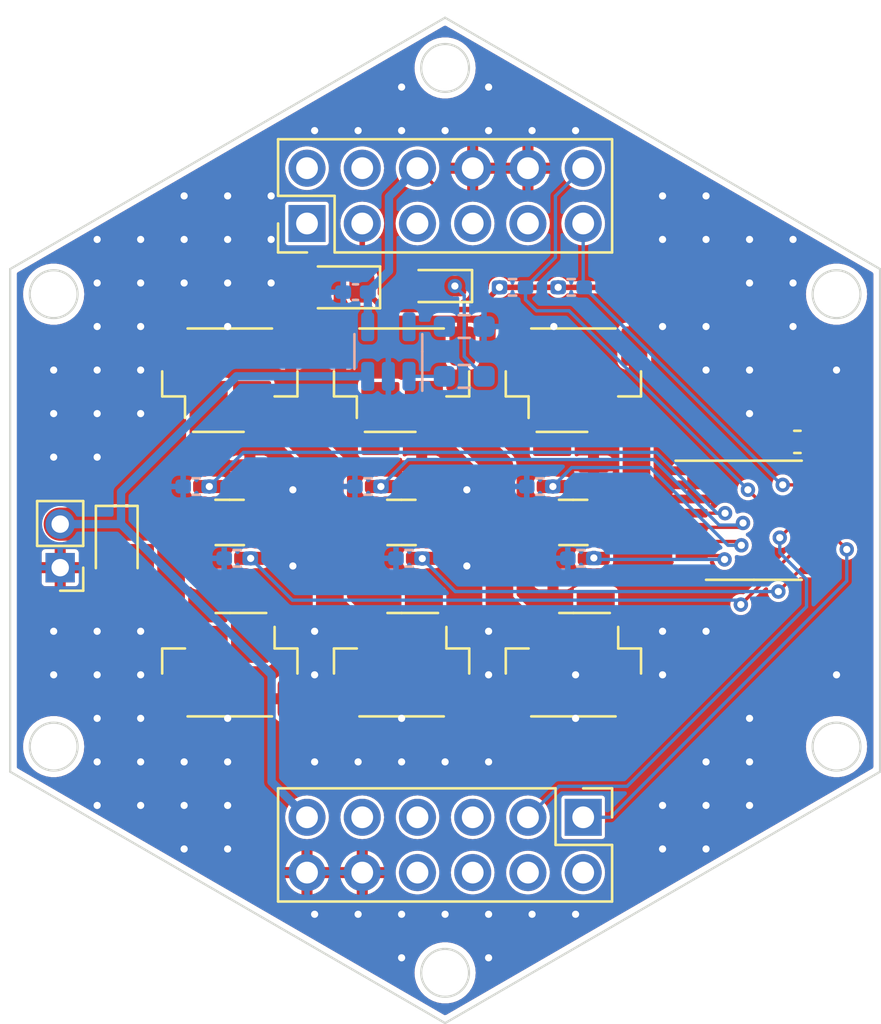
<source format=kicad_pcb>
(kicad_pcb (version 20221018) (generator pcbnew)
  (layers (0 "F.Cu" signal) (31 "B.Cu" signal) (34 "B.Paste" user) (35 "F.Paste" user) (36 "B.SilkS" user "B.Silkscreen") (37 "F.SilkS" user "F.Silkscreen") (38 "B.Mask" user) (39 "F.Mask" user) (44 "Edge.Cuts" user))
  (net 0 "")
  (net 1 "GND")
  (net 2 "VCC")
  (net 3 "+5V")
  (net 6 "/VBAT")
  (net 7 "/RXD")
  (net 8 "/TXD")
  (net 10 "/SDA")
  (net 11 "/SCL")
  (net 14 "/BR_1")
  (net 15 "/BAT_BR")
  (net 16 "/BR_2")
  (net 17 "/BR_3")
  (net 18 "/BR_4")
  (net 19 "/BR_5")
  (net 20 "/~{EN}")
  (net 21 "/VBAT_OK")
  (net 22 "/BR_6")
  (net 23 "/BR_1_EN")
  (net 24 "/BR_2_EN")
  (net 25 "/~{I2C_RESET}")
  (net 26 "/BR_3_EN")
  (net 27 "/BR_4_EN")
  (net 28 "/BR_5_EN")
  (net 29 "/BR_6_EN")
  (net 31 "/P1")
  (net 32 "/P2")
  (net 35 "Net-(D1-K)")
  (net 36 "Net-(U2-PROG)")
  (net 37 "Net-(U2-STAT)")
  (footprint "Package_TO_SOT_SMD:SOT-23" (layer "F.Cu") (at 148.1475 97.598621)
    (fp_text reference "Q5" hide)
    (fp_text value "NMOS")
    (pad "1" smd roundrect (at -0.9375 -0.95) (size 1.475 0.6) (layers "F.Cu" "F.Paste" "F.Mask") (net 19 "/BR_5"))
    (pad "2" smd roundrect (at -0.9375 0.95) (size 1.475 0.6) (layers "F.Cu" "F.Paste" "F.Mask") (net 28 "/BR_5_EN"))
    (pad "3" smd roundrect (at 0.9375 0) (size 1.475 0.6) (layers "F.Cu" "F.Paste" "F.Mask") (net 1 "GND"))
  )
  (footprint "Connector_JST:JST_SH_BM04B-SRSS-TB_1x04-1MP_P1.00mm_Vertical" (layer "F.Cu") (at 140.26 107.098621 180)
    (fp_text reference "J3" hide)
    (fp_text value "BR_conn")
    (pad "1" smd roundrect (at -1.5 1.325 180) (size 0.6 1.55) (layers "F.Cu" "F.Paste" "F.Mask") (net 14 "/BR_1"))
    (pad "2" smd roundrect (at -0.5 1.325 180) (size 0.6 1.55) (layers "F.Cu" "F.Paste" "F.Mask") (net 14 "/BR_1"))
    (pad "3" smd roundrect (at 0.5 1.325 180) (size 0.6 1.55) (layers "F.Cu" "F.Paste" "F.Mask") (net 15 "/BAT_BR"))
    (pad "4" smd roundrect (at 1.5 1.325 180) (size 0.6 1.55) (layers "F.Cu" "F.Paste" "F.Mask") (net 15 "/BAT_BR"))
    (pad "MP" smd roundrect (at -2.8 -1.2 180) (size 1.2 1.8) (layers "F.Cu" "F.Paste" "F.Mask") (roundrect_rratio 0.2083333333) (net 1 "GND"))
    (pad "MP" smd roundrect (at 2.8 -1.2 180) (size 1.2 1.8) (layers "F.Cu" "F.Paste" "F.Mask") (roundrect_rratio 0.2083333333) (net 1 "GND"))
  )
  (footprint "Capacitor_SMD:C_0603_1608Metric_Pad1.08x0.95mm_HandSolder" (layer "F.Cu") (at 166.36 96.498621 180)
    (fp_text reference "C2" hide)
    (fp_text value "0.1uF")
    (pad "1" smd roundrect (at -0.8625 0 180) (size 1.075 0.95) (layers "F.Cu" "F.Paste" "F.Mask") (net 2 "VCC"))
    (pad "2" smd roundrect (at 0.8625 0 180) (size 1.075 0.95) (layers "F.Cu" "F.Paste" "F.Mask") (net 1 "GND"))
  )
  (footprint "Package_TO_SOT_SMD:SOT-23" (layer "F.Cu") (at 156.06 102.798621 180)
    (fp_text reference "Q3" hide)
    (fp_text value "NMOS")
    (pad "1" smd roundrect (at -0.9375 -0.95 180) (size 1.475 0.6) (layers "F.Cu" "F.Paste" "F.Mask") (net 17 "/BR_3"))
    (pad "2" smd roundrect (at -0.9375 0.95 180) (size 1.475 0.6) (layers "F.Cu" "F.Paste" "F.Mask") (net 26 "/BR_3_EN"))
    (pad "3" smd roundrect (at 0.9375 0 180) (size 1.475 0.6) (layers "F.Cu" "F.Paste" "F.Mask") (net 1 "GND"))
  )
  (footprint "LED_SMD:LED_0603_1608Metric_Pad1.05x0.95mm_HandSolder" (layer "F.Cu") (at 149.74 89.338621 180)
    (fp_text reference "D1" hide)
    (fp_text value "RED")
    (pad "1" smd roundrect (at -0.875 0 180) (size 1.05 0.95) (layers "F.Cu" "F.Paste" "F.Mask") (net 35 "Net-(D1-K)"))
    (pad "2" smd roundrect (at 0.875 0 180) (size 1.05 0.95) (layers "F.Cu" "F.Paste" "F.Mask") (net 3 "+5V"))
  )
  (footprint "Package_TO_SOT_SMD:SOT-23" (layer "F.Cu") (at 140.2475 97.598621)
    (fp_text reference "Q4" hide)
    (fp_text value "NMOS")
    (pad "1" smd roundrect (at -0.9375 -0.95) (size 1.475 0.6) (layers "F.Cu" "F.Paste" "F.Mask") (net 18 "/BR_4"))
    (pad "2" smd roundrect (at -0.9375 0.95) (size 1.475 0.6) (layers "F.Cu" "F.Paste" "F.Mask") (net 27 "/BR_4_EN"))
    (pad "3" smd roundrect (at 0.9375 0) (size 1.475 0.6) (layers "F.Cu" "F.Paste" "F.Mask") (net 1 "GND"))
  )
  (footprint "Connector_PinHeader_2.54mm:PinHeader_2x06_P2.54mm_Vertical" (layer "F.Cu") (at 143.81 86.465599 90)
    (fp_text reference "J1" hide)
    (fp_text value "Conn_02x06_Odd_Even" hide)
    (pad "1" thru_hole rect (at 0 0 90) (size 1.7 1.7) (drill 1) (layers "*.Cu" "*.Mask") (net 6 "/VBAT"))
    (pad "2" thru_hole oval (at 2.54 0 90) (size 1.7 1.7) (drill 1) (layers "*.Cu" "*.Mask") (net 20 "/~{EN}"))
    (pad "3" thru_hole oval (at 0 2.54 90) (size 1.7 1.7) (drill 1) (layers "*.Cu" "*.Mask") (net 2 "VCC"))
    (pad "4" thru_hole oval (at 2.54 2.54 90) (size 1.7 1.7) (drill 1) (layers "*.Cu" "*.Mask") (net 21 "/VBAT_OK"))
    (pad "5" thru_hole oval (at 0 5.08 90) (size 1.7 1.7) (drill 1) (layers "*.Cu" "*.Mask") (net 25 "/~{I2C_RESET}"))
    (pad "6" thru_hole oval (at 2.54 5.08 90) (size 1.7 1.7) (drill 1) (layers "*.Cu" "*.Mask") (net 3 "+5V"))
    (pad "7" thru_hole oval (at 0 7.62 90) (size 1.7 1.7) (drill 1) (layers "*.Cu" "*.Mask") (net 7 "/RXD"))
    (pad "8" thru_hole oval (at 2.54 7.62 90) (size 1.7 1.7) (drill 1) (layers "*.Cu" "*.Mask") (net 1 "GND"))
    (pad "9" thru_hole oval (at 0 10.16 90) (size 1.7 1.7) (drill 1) (layers "*.Cu" "*.Mask") (net 8 "/TXD"))
    (pad "10" thru_hole oval (at 2.54 10.16 90) (size 1.7 1.7) (drill 1) (layers "*.Cu" "*.Mask") (net 1 "GND"))
    (pad "11" thru_hole oval (at 0 12.7 90) (size 1.7 1.7) (drill 1) (layers "*.Cu" "*.Mask") (net 10 "/SDA"))
    (pad "12" thru_hole oval (at 2.54 12.7 90) (size 1.7 1.7) (drill 1) (layers "*.Cu" "*.Mask") (net 11 "/SCL"))
  )
  (footprint "Connector_JST:JST_SH_BM04B-SRSS-TB_1x04-1MP_P1.00mm_Vertical" (layer "F.Cu") (at 156.06 107.098621 180)
    (fp_text reference "J5" hide)
    (fp_text value "BR_conn")
    (pad "1" smd roundrect (at -1.5 1.325 180) (size 0.6 1.55) (layers "F.Cu" "F.Paste" "F.Mask") (net 17 "/BR_3"))
    (pad "2" smd roundrect (at -0.5 1.325 180) (size 0.6 1.55) (layers "F.Cu" "F.Paste" "F.Mask") (net 17 "/BR_3"))
    (pad "3" smd roundrect (at 0.5 1.325 180) (size 0.6 1.55) (layers "F.Cu" "F.Paste" "F.Mask") (net 15 "/BAT_BR"))
    (pad "4" smd roundrect (at 1.5 1.325 180) (size 0.6 1.55) (layers "F.Cu" "F.Paste" "F.Mask") (net 15 "/BAT_BR"))
    (pad "MP" smd roundrect (at -2.8 -1.2 180) (size 1.2 1.8) (layers "F.Cu" "F.Paste" "F.Mask") (roundrect_rratio 0.2083333333) (net 1 "GND"))
    (pad "MP" smd roundrect (at 2.8 -1.2 180) (size 1.2 1.8) (layers "F.Cu" "F.Paste" "F.Mask") (roundrect_rratio 0.2083333333) (net 1 "GND"))
  )
  (footprint "LED_SMD:LED_0805_2012Metric_Pad1.15x1.40mm_HandSolder" (layer "F.Cu") (at 135.06 101.298621 -90)
    (fp_text reference "C3" hide)
    (fp_text value "47uF")
    (pad "1" smd roundrect (at -1.025 0 270) (size 1.15 1.4) (layers "F.Cu" "F.Paste" "F.Mask") (roundrect_rratio 0.2173913043) (net 15 "/BAT_BR"))
    (pad "2" smd roundrect (at 1.025 0 270) (size 1.15 1.4) (layers "F.Cu" "F.Paste" "F.Mask") (roundrect_rratio 0.2173913043) (net 1 "GND"))
  )
  (footprint "Connector_JST:JST_SH_BM04B-SRSS-TB_1x04-1MP_P1.00mm_Vertical" (layer "F.Cu") (at 156.06 93.298621)
    (fp_text reference "J8" hide)
    (fp_text value "BR_conn")
    (pad "1" smd roundrect (at -1.5 1.325) (size 0.6 1.55) (layers "F.Cu" "F.Paste" "F.Mask") (net 22 "/BR_6"))
    (pad "2" smd roundrect (at -0.5 1.325) (size 0.6 1.55) (layers "F.Cu" "F.Paste" "F.Mask") (net 22 "/BR_6"))
    (pad "3" smd roundrect (at 0.5 1.325) (size 0.6 1.55) (layers "F.Cu" "F.Paste" "F.Mask") (net 15 "/BAT_BR"))
    (pad "4" smd roundrect (at 1.5 1.325) (size 0.6 1.55) (layers "F.Cu" "F.Paste" "F.Mask") (net 15 "/BAT_BR"))
    (pad "MP" smd roundrect (at -2.8 -1.2) (size 1.2 1.8) (layers "F.Cu" "F.Paste" "F.Mask") (roundrect_rratio 0.2083333333) (net 1 "GND"))
    (pad "MP" smd roundrect (at 2.8 -1.2) (size 1.2 1.8) (layers "F.Cu" "F.Paste" "F.Mask") (roundrect_rratio 0.2083333333) (net 1 "GND"))
  )
  (footprint "LED_SMD:LED_0805_2012Metric_Pad1.15x1.40mm_HandSolder" (layer "F.Cu") (at 145.31 89.398621 180)
    (fp_text reference "C1" hide)
    (fp_text value "47uF")
    (pad "1" smd roundrect (at -1.025 0 180) (size 1.15 1.4) (layers "F.Cu" "F.Paste" "F.Mask") (roundrect_rratio 0.2173913043) (net 2 "VCC"))
    (pad "2" smd roundrect (at 1.025 0 180) (size 1.15 1.4) (layers "F.Cu" "F.Paste" "F.Mask") (roundrect_rratio 0.2173913043) (net 1 "GND"))
  )
  (footprint "Connector_JST:JST_SH_BM04B-SRSS-TB_1x04-1MP_P1.00mm_Vertical" (layer "F.Cu") (at 140.26 93.298621)
    (fp_text reference "J6" hide)
    (fp_text value "BR_conn")
    (pad "1" smd roundrect (at -1.5 1.325) (size 0.6 1.55) (layers "F.Cu" "F.Paste" "F.Mask") (net 18 "/BR_4"))
    (pad "2" smd roundrect (at -0.5 1.325) (size 0.6 1.55) (layers "F.Cu" "F.Paste" "F.Mask") (net 18 "/BR_4"))
    (pad "3" smd roundrect (at 0.5 1.325) (size 0.6 1.55) (layers "F.Cu" "F.Paste" "F.Mask") (net 15 "/BAT_BR"))
    (pad "4" smd roundrect (at 1.5 1.325) (size 0.6 1.55) (layers "F.Cu" "F.Paste" "F.Mask") (net 15 "/BAT_BR"))
    (pad "MP" smd roundrect (at -2.8 -1.2) (size 1.2 1.8) (layers "F.Cu" "F.Paste" "F.Mask") (roundrect_rratio 0.2083333333) (net 1 "GND"))
    (pad "MP" smd roundrect (at 2.8 -1.2) (size 1.2 1.8) (layers "F.Cu" "F.Paste" "F.Mask") (roundrect_rratio 0.2083333333) (net 1 "GND"))
  )
  (footprint "Connector_PinHeader_2.54mm:PinHeader_2x06_P2.54mm_Vertical" (layer "F.Cu") (at 156.51 113.743621 -90)
    (fp_text reference "J2" hide)
    (fp_text value "Conn_02x06_Odd_Even" hide)
    (pad "1" thru_hole rect (at 0 0 270) (size 1.7 1.7) (drill 1) (layers "*.Cu" "*.Mask") (net 31 "/P1"))
    (pad "2" thru_hole oval (at 2.54 0 270) (size 1.7 1.7) (drill 1) (layers "*.Cu" "*.Mask"))
    (pad "3" thru_hole oval (at 0 2.54 270) (size 1.7 1.7) (drill 1) (layers "*.Cu" "*.Mask") (net 32 "/P2"))
    (pad "4" thru_hole oval (at 2.54 2.54 270) (size 1.7 1.7) (drill 1) (layers "*.Cu" "*.Mask"))
    (pad "5" thru_hole oval (at 0 5.08 270) (size 1.7 1.7) (drill 1) (layers "*.Cu" "*.Mask"))
    (pad "6" thru_hole oval (at 2.54 5.08 270) (size 1.7 1.7) (drill 1) (layers "*.Cu" "*.Mask"))
    (pad "7" thru_hole oval (at 0 7.62 270) (size 1.7 1.7) (drill 1) (layers "*.Cu" "*.Mask"))
    (pad "8" thru_hole oval (at 2.54 7.62 270) (size 1.7 1.7) (drill 1) (layers "*.Cu" "*.Mask"))
    (pad "9" thru_hole oval (at 0 10.16 270) (size 1.7 1.7) (drill 1) (layers "*.Cu" "*.Mask"))
    (pad "10" thru_hole oval (at 2.54 10.16 270) (size 1.7 1.7) (drill 1) (layers "*.Cu" "*.Mask") (net 1 "GND"))
    (pad "11" thru_hole oval (at 0 12.7 270) (size 1.7 1.7) (drill 1) (layers "*.Cu" "*.Mask") (net 15 "/BAT_BR"))
    (pad "12" thru_hole oval (at 2.54 12.7 270) (size 1.7 1.7) (drill 1) (layers "*.Cu" "*.Mask") (net 1 "GND"))
  )
  (footprint "Package_TO_SOT_SMD:SOT-23" (layer "F.Cu") (at 140.26 102.798621 180)
    (fp_text reference "Q1" hide)
    (fp_text value "DMN2056U-7")
    (pad "1" smd roundrect (at -0.9375 -0.95 180) (size 1.475 0.6) (layers "F.Cu" "F.Paste" "F.Mask") (net 14 "/BR_1"))
    (pad "2" smd roundrect (at -0.9375 0.95 180) (size 1.475 0.6) (layers "F.Cu" "F.Paste" "F.Mask") (net 23 "/BR_1_EN"))
    (pad "3" smd roundrect (at 0.9375 0 180) (size 1.475 0.6) (layers "F.Cu" "F.Paste" "F.Mask") (net 1 "GND"))
  )
  (footprint "Connector_PinHeader_2.00mm:PinHeader_1x02_P2.00mm_Vertical" (layer "F.Cu") (at 132.46 102.276121 180)
    (fp_text reference "J9" hide)
    (fp_text value "Battery")
    (pad "1" thru_hole rect (at 0 0 180) (size 1.35 1.35) (drill 0.8) (layers "*.Cu" "*.Mask") (net 1 "GND"))
    (pad "2" thru_hole oval (at 0 2 180) (size 1.35 1.35) (drill 0.8) (layers "*.Cu" "*.Mask") (net 15 "/BAT_BR"))
  )
  (footprint "Package_SO:TSSOP-16_4.4x5mm_P0.65mm" (layer "F.Cu") (at 164.36 100.098621)
    (fp_text reference "U1" hide)
    (fp_text value "TCA9534")
    (pad "1" smd roundrect (at -2.8625 -2.275) (size 1.475 0.4) (layers "F.Cu" "F.Paste" "F.Mask") (net 1 "GND"))
    (pad "2" smd roundrect (at -2.8625 -1.625) (size 1.475 0.4) (layers "F.Cu" "F.Paste" "F.Mask") (net 1 "GND"))
    (pad "3" smd roundrect (at -2.8625 -0.975) (size 1.475 0.4) (layers "F.Cu" "F.Paste" "F.Mask") (net 1 "GND"))
    (pad "4" smd roundrect (at -2.8625 -0.325) (size 1.475 0.4) (layers "F.Cu" "F.Paste" "F.Mask") (net 27 "/BR_4_EN"))
    (pad "5" smd roundrect (at -2.8625 0.325) (size 1.475 0.4) (layers "F.Cu" "F.Paste" "F.Mask") (net 28 "/BR_5_EN"))
    (pad "6" smd roundrect (at -2.8625 0.975) (size 1.475 0.4) (layers "F.Cu" "F.Paste" "F.Mask") (net 29 "/BR_6_EN"))
    (pad "7" smd roundrect (at -2.8625 1.625) (size 1.475 0.4) (layers "F.Cu" "F.Paste" "F.Mask") (net 26 "/BR_3_EN"))
    (pad "8" smd roundrect (at -2.8625 2.275) (size 1.475 0.4) (layers "F.Cu" "F.Paste" "F.Mask") (net 1 "GND"))
    (pad "9" smd roundrect (at 2.8625 2.275) (size 1.475 0.4) (layers "F.Cu" "F.Paste" "F.Mask") (net 24 "/BR_2_EN"))
    (pad "10" smd roundrect (at 2.8625 1.625) (size 1.475 0.4) (layers "F.Cu" "F.Paste" "F.Mask") (net 23 "/BR_1_EN"))
    (pad "11" smd roundrect (at 2.8625 0.975) (size 1.475 0.4) (layers "F.Cu" "F.Paste" "F.Mask") (net 31 "/P1"))
    (pad "12" smd roundrect (at 2.8625 0.325) (size 1.475 0.4) (layers "F.Cu" "F.Paste" "F.Mask") (net 32 "/P2"))
    (pad "13" smd roundrect (at 2.8625 -0.325) (size 1.475 0.4) (layers "F.Cu" "F.Paste" "F.Mask"))
    (pad "14" smd roundrect (at 2.8625 -0.975) (size 1.475 0.4) (layers "F.Cu" "F.Paste" "F.Mask") (net 11 "/SCL"))
    (pad "15" smd roundrect (at 2.8625 -1.625) (size 1.475 0.4) (layers "F.Cu" "F.Paste" "F.Mask") (net 10 "/SDA"))
    (pad "16" smd roundrect (at 2.8625 -2.275) (size 1.475 0.4) (layers "F.Cu" "F.Paste" "F.Mask") (net 2 "VCC"))
  )
  (footprint "Package_TO_SOT_SMD:SOT-23" (layer "F.Cu") (at 156.0475 97.598621)
    (fp_text reference "Q6" hide)
    (fp_text value "NMOS")
    (pad "1" smd roundrect (at -0.9375 -0.95) (size 1.475 0.6) (layers "F.Cu" "F.Paste" "F.Mask") (net 22 "/BR_6"))
    (pad "2" smd roundrect (at -0.9375 0.95) (size 1.475 0.6) (layers "F.Cu" "F.Paste" "F.Mask") (net 29 "/BR_6_EN"))
    (pad "3" smd roundrect (at 0.9375 0) (size 1.475 0.6) (layers "F.Cu" "F.Paste" "F.Mask") (net 1 "GND"))
  )
  (footprint "Connector_JST:JST_SH_BM04B-SRSS-TB_1x04-1MP_P1.00mm_Vertical" (layer "F.Cu") (at 148.16 107.098621 180)
    (fp_text reference "J4" hide)
    (fp_text value "BR_conn")
    (pad "1" smd roundrect (at -1.5 1.325 180) (size 0.6 1.55) (layers "F.Cu" "F.Paste" "F.Mask") (net 16 "/BR_2"))
    (pad "2" smd roundrect (at -0.5 1.325 180) (size 0.6 1.55) (layers "F.Cu" "F.Paste" "F.Mask") (net 16 "/BR_2"))
    (pad "3" smd roundrect (at 0.5 1.325 180) (size 0.6 1.55) (layers "F.Cu" "F.Paste" "F.Mask") (net 15 "/BAT_BR"))
    (pad "4" smd roundrect (at 1.5 1.325 180) (size 0.6 1.55) (layers "F.Cu" "F.Paste" "F.Mask") (net 15 "/BAT_BR"))
    (pad "MP" smd roundrect (at -2.8 -1.2 180) (size 1.2 1.8) (layers "F.Cu" "F.Paste" "F.Mask") (roundrect_rratio 0.2083333333) (net 1 "GND"))
    (pad "MP" smd roundrect (at 2.8 -1.2 180) (size 1.2 1.8) (layers "F.Cu" "F.Paste" "F.Mask") (roundrect_rratio 0.2083333333) (net 1 "GND"))
  )
  (footprint "Connector_JST:JST_SH_BM04B-SRSS-TB_1x04-1MP_P1.00mm_Vertical" (layer "F.Cu") (at 148.16 93.298621)
    (fp_text reference "J7" hide)
    (fp_text value "BR_conn")
    (pad "1" smd roundrect (at -1.5 1.325) (size 0.6 1.55) (layers "F.Cu" "F.Paste" "F.Mask") (net 19 "/BR_5"))
    (pad "2" smd roundrect (at -0.5 1.325) (size 0.6 1.55) (layers "F.Cu" "F.Paste" "F.Mask") (net 19 "/BR_5"))
    (pad "3" smd roundrect (at 0.5 1.325) (size 0.6 1.55) (layers "F.Cu" "F.Paste" "F.Mask") (net 15 "/BAT_BR"))
    (pad "4" smd roundrect (at 1.5 1.325) (size 0.6 1.55) (layers "F.Cu" "F.Paste" "F.Mask") (net 15 "/BAT_BR"))
    (pad "MP" smd roundrect (at -2.8 -1.2) (size 1.2 1.8) (layers "F.Cu" "F.Paste" "F.Mask") (roundrect_rratio 0.2083333333) (net 1 "GND"))
    (pad "MP" smd roundrect (at 2.8 -1.2) (size 1.2 1.8) (layers "F.Cu" "F.Paste" "F.Mask") (roundrect_rratio 0.2083333333) (net 1 "GND"))
  )
  (footprint "Package_TO_SOT_SMD:SOT-23" (layer "F.Cu") (at 148.16 102.798621 180)
    (fp_text reference "Q2" hide)
    (fp_text value "NMOS")
    (pad "1" smd roundrect (at -0.9375 -0.95 180) (size 1.475 0.6) (layers "F.Cu" "F.Paste" "F.Mask") (net 16 "/BR_2"))
    (pad "2" smd roundrect (at -0.9375 0.95 180) (size 1.475 0.6) (layers "F.Cu" "F.Paste" "F.Mask") (net 24 "/BR_2_EN"))
    (pad "3" smd roundrect (at 0.9375 0 180) (size 1.475 0.6) (layers "F.Cu" "F.Paste" "F.Mask") (net 1 "GND"))
  )
  (footprint "Resistor_SMD:R_0402_1005Metric_Pad0.72x0.64mm_HandSolder" (layer "B.Cu") (at 153.26 89.398621)
    (fp_text reference "R4" hide)
    (fp_text value "NC")
    (pad "1" smd roundrect (at -0.5975 0) (size 0.715 0.64) (layers "B.Cu" "B.Paste" "B.Mask") (net 2 "VCC"))
    (pad "2" smd roundrect (at 0.5975 0) (size 0.715 0.64) (layers "B.Cu" "B.Paste" "B.Mask") (net 11 "/SCL"))
  )
  (footprint "Resistor_SMD:R_0402_1005Metric_Pad0.72x0.64mm_HandSolder" (layer "B.Cu") (at 156.4 101.848621 180)
    (fp_text reference "R9" hide)
    (fp_text value "10k")
    (pad "1" smd roundrect (at -0.5975 0 180) (size 0.715 0.64) (layers "B.Cu" "B.Paste" "B.Mask") (net 26 "/BR_3_EN"))
    (pad "2" smd roundrect (at 0.5975 0 180) (size 0.715 0.64) (layers "B.Cu" "B.Paste" "B.Mask") (net 1 "GND"))
  )
  (footprint "Resistor_SMD:R_0402_1005Metric_Pad0.72x0.64mm_HandSolder" (layer "B.Cu") (at 138.7125 98.548621 180)
    (fp_text reference "R8" hide)
    (fp_text value "10k")
    (pad "1" smd roundrect (at -0.5975 0 180) (size 0.715 0.64) (layers "B.Cu" "B.Paste" "B.Mask") (net 27 "/BR_4_EN"))
    (pad "2" smd roundrect (at 0.5975 0 180) (size 0.715 0.64) (layers "B.Cu" "B.Paste" "B.Mask") (net 1 "GND"))
  )
  (footprint "Resistor_SMD:R_0402_1005Metric_Pad0.72x0.64mm_HandSolder" (layer "B.Cu") (at 155.96 89.398621)
    (fp_text reference "R5" hide)
    (fp_text value "NC")
    (pad "1" smd roundrect (at -0.5975 0) (size 0.715 0.64) (layers "B.Cu" "B.Paste" "B.Mask") (net 2 "VCC"))
    (pad "2" smd roundrect (at 0.5975 0) (size 0.715 0.64) (layers "B.Cu" "B.Paste" "B.Mask") (net 10 "/SDA"))
  )
  (footprint "Resistor_SMD:R_0603_1608Metric_Pad0.98x0.95mm_HandSolder" (layer "B.Cu") (at 151.04 91.198621 180)
    (fp_text reference "R1" hide)
    (fp_text value "1k")
    (pad "1" smd roundrect (at -0.9125 0 180) (size 0.975 0.95) (layers "B.Cu" "B.Paste" "B.Mask") (net 1 "GND"))
    (pad "2" smd roundrect (at 0.9125 0 180) (size 0.975 0.95) (layers "B.Cu" "B.Paste" "B.Mask") (net 36 "Net-(U2-PROG)"))
  )
  (footprint "Capacitor_SMD:C_0402_1005Metric_Pad0.74x0.62mm_HandSolder" (layer "B.Cu") (at 146.04 89.618621 180)
    (fp_text reference "C4" hide)
    (fp_text value "0.1uF")
    (pad "1" smd roundrect (at -0.5675 0 180) (size 0.735 0.62) (layers "B.Cu" "B.Paste" "B.Mask") (net 3 "+5V"))
    (pad "2" smd roundrect (at 0.5675 0 180) (size 0.735 0.62) (layers "B.Cu" "B.Paste" "B.Mask") (net 1 "GND"))
  )
  (footprint "Resistor_SMD:R_0402_1005Metric_Pad0.72x0.64mm_HandSolder" (layer "B.Cu") (at 148.5 101.848621 180)
    (fp_text reference "R10" hide)
    (fp_text value "10k")
    (pad "1" smd roundrect (at -0.5975 0 180) (size 0.715 0.64) (layers "B.Cu" "B.Paste" "B.Mask") (net 24 "/BR_2_EN"))
    (pad "2" smd roundrect (at 0.5975 0 180) (size 0.715 0.64) (layers "B.Cu" "B.Paste" "B.Mask") (net 1 "GND"))
  )
  (footprint "Resistor_SMD:R_0402_1005Metric_Pad0.72x0.64mm_HandSolder" (layer "B.Cu") (at 140.6 101.848621 180)
    (fp_text reference "R11" hide)
    (fp_text value "10k")
    (pad "1" smd roundrect (at -0.5975 0 180) (size 0.715 0.64) (layers "B.Cu" "B.Paste" "B.Mask") (net 23 "/BR_1_EN"))
    (pad "2" smd roundrect (at 0.5975 0 180) (size 0.715 0.64) (layers "B.Cu" "B.Paste" "B.Mask") (net 1 "GND"))
  )
  (footprint "Resistor_SMD:R_0603_1608Metric_Pad0.98x0.95mm_HandSolder" (layer "B.Cu") (at 151.04 93.488621)
    (fp_text reference "R2" hide)
    (fp_text value "100")
    (pad "1" smd roundrect (at -0.9125 0) (size 0.975 0.95) (layers "B.Cu" "B.Paste" "B.Mask") (net 37 "Net-(U2-STAT)"))
    (pad "2" smd roundrect (at 0.9125 0) (size 0.975 0.95) (layers "B.Cu" "B.Paste" "B.Mask") (net 35 "Net-(D1-K)"))
  )
  (footprint "Package_TO_SOT_SMD:SOT-23-5" (layer "B.Cu") (at 147.55 92.348621 90)
    (fp_text reference "U2" hide)
    (fp_text value "MCP73831-2-OT")
    (pad "1" smd roundrect (at -1.1375 0.95 90) (size 1.325 0.6) (layers "B.Cu" "B.Paste" "B.Mask") (net 37 "Net-(U2-STAT)"))
    (pad "2" smd roundrect (at -1.1375 0 90) (size 1.325 0.6) (layers "B.Cu" "B.Paste" "B.Mask") (net 1 "GND"))
    (pad "3" smd roundrect (at -1.1375 -0.95 90) (size 1.325 0.6) (layers "B.Cu" "B.Paste" "B.Mask") (net 15 "/BAT_BR"))
    (pad "4" smd roundrect (at 1.1375 -0.95 90) (size 1.325 0.6) (layers "B.Cu" "B.Paste" "B.Mask") (net 3 "+5V"))
    (pad "5" smd roundrect (at 1.1375 0.95 90) (size 1.325 0.6) (layers "B.Cu" "B.Paste" "B.Mask") (net 36 "Net-(U2-PROG)"))
  )
  (footprint "Resistor_SMD:R_0402_1005Metric_Pad0.72x0.64mm_HandSolder" (layer "B.Cu") (at 146.6125 98.548621 180)
    (fp_text reference "R7" hide)
    (fp_text value "10k")
    (pad "1" smd roundrect (at -0.5975 0 180) (size 0.715 0.64) (layers "B.Cu" "B.Paste" "B.Mask") (net 28 "/BR_5_EN"))
    (pad "2" smd roundrect (at 0.5975 0 180) (size 0.715 0.64) (layers "B.Cu" "B.Paste" "B.Mask") (net 1 "GND"))
  )
  (footprint "Resistor_SMD:R_0402_1005Metric_Pad0.72x0.64mm_HandSolder" (layer "B.Cu") (at 154.5125 98.548621 180)
    (fp_text reference "R6" hide)
    (fp_text value "10k")
    (pad "1" smd roundrect (at -0.5975 0 180) (size 0.715 0.64) (layers "B.Cu" "B.Paste" "B.Mask") (net 29 "/BR_6_EN"))
    (pad "2" smd roundrect (at 0.5975 0 180) (size 0.715 0.64) (layers "B.Cu" "B.Paste" "B.Mask") (net 1 "GND"))
  )
  (gr_line (start 130.16 88.557605) (end 130.16 111.651615) (stroke (width 0.1)) (layer "Edge.Cuts"))
  (gr_circle (center 168.16 110.496915) (end 169.26 110.496915) (stroke (width 0.1)) (fill none) (layer "Edge.Cuts"))
  (gr_line (start 130.16 111.651615) (end 150.16 123.198621) (stroke (width 0.1)) (layer "Edge.Cuts"))
  (gr_circle (center 168.16 89.712305) (end 169.26 89.712305) (stroke (width 0.1)) (fill none) (layer "Edge.Cuts"))
  (gr_circle (center 132.16 89.712305) (end 133.26 89.712305) (stroke (width 0.1)) (fill none) (layer "Edge.Cuts"))
  (gr_line (start 150.16 77.010599) (end 130.16 88.557605) (stroke (width 0.1)) (layer "Edge.Cuts"))
  (gr_line (start 170.16 88.557605) (end 150.16 77.010599) (stroke (width 0.1)) (layer "Edge.Cuts"))
  (gr_circle (center 150.16 79.32) (end 151.26 79.32) (stroke (width 0.1)) (fill none) (layer "Edge.Cuts"))
  (gr_circle (center 150.16 120.88922) (end 151.26 120.88922) (stroke (width 0.1)) (fill none) (layer "Edge.Cuts"))
  (gr_line (start 170.16 111.651615) (end 170.16 88.557605) (stroke (width 0.1)) (layer "Edge.Cuts"))
  (gr_line (start 150.16 123.198621) (end 170.16 111.651615) (stroke (width 0.1)) (layer "Edge.Cuts"))
  (gr_circle (center 132.16 110.496915) (end 133.26 110.496915) (stroke (width 0.1)) (fill none) (layer "Edge.Cuts"))
  (via (at 134.16 109.198621) (size 0.6604) (drill 0.3302) (layers "F.Cu" "B.Cu") (net 1))
  (via (at 144.16 105.198621) (size 0.6604) (drill 0.3302) (layers "F.Cu" "B.Cu") (net 1))
  (via (at 140.16 85.198621) (size 0.6604) (drill 0.3302) (layers "F.Cu" "B.Cu") (net 1))
  (via (at 134.16 111.198621) (size 0.6604) (drill 0.3302) (layers "F.Cu" "B.Cu") (net 1))
  (via (at 134.16 91.198621) (size 0.6604) (drill 0.3302) (layers "F.Cu" "B.Cu") (net 1))
  (via (at 152.16 118.198621) (size 0.6604) (drill 0.3302) (layers "F.Cu" "B.Cu") (net 1))
  (via (at 162.16 87.198621) (size 0.6604) (drill 0.3302) (layers "F.Cu" "B.Cu") (net 1))
  (via (at 164.16 109.198621) (size 0.6604) (drill 0.3302) (layers "F.Cu" "B.Cu") (net 1))
  (via (at 150.16 82.198621) (size 0.6604) (drill 0.3302) (layers "F.Cu" "B.Cu") (net 1))
  (via (at 148.16 111.198621) (size 0.6604) (drill 0.3302) (layers "F.Cu" "B.Cu") (net 1))
  (via (at 150.16 111.198621) (size 0.6604) (drill 0.3302) (layers "F.Cu" "B.Cu") (net 1))
  (via (at 140.16 89.198621) (size 0.6604) (drill 0.3302) (layers "F.Cu" "B.Cu") (net 1))
  (via (at 136.16 89.198621) (size 0.6604) (drill 0.3302) (layers "F.Cu" "B.Cu") (net 1))
  (via (at 142.16 89.198621) (size 0.6604) (drill 0.3302) (layers "F.Cu" "B.Cu") (net 1))
  (via (at 138.16 85.198621) (size 0.6604) (drill 0.3302) (layers "F.Cu" "B.Cu") (net 1))
  (via (at 138.16 89.198621) (size 0.6604) (drill 0.3302) (layers "F.Cu" "B.Cu") (net 1))
  (via (at 166.16 89.198621) (size 0.6604) (drill 0.3302) (layers "F.Cu" "B.Cu") (net 1))
  (via (at 151.16 98.698621) (size 0.6604) (drill 0.3302) (layers "F.Cu" "B.Cu") (net 1))
  (via (at 140.16 111.198621) (size 0.6604) (drill 0.3302) (layers "F.Cu" "B.Cu") (net 1))
  (via (at 152.16 111.198621) (size 0.6604) (drill 0.3302) (layers "F.Cu" "B.Cu") (net 1))
  (via (at 136.16 113.198621) (size 0.6604) (drill 0.3302) (layers "F.Cu" "B.Cu") (net 1))
  (via (at 148.16 120.198621) (size 0.6604) (drill 0.3302) (layers "F.Cu" "B.Cu") (net 1))
  (via (at 144.16 107.198621) (size 0.6604) (drill 0.3302) (layers "F.Cu" "B.Cu") (net 1))
  (via (at 140.16 91.198621) (size 0.6604) (drill 0.3302) (layers "F.Cu" "B.Cu") (net 1))
  (via (at 132.16 95.198621) (size 0.6604) (drill 0.3302) (layers "F.Cu" "B.Cu") (net 1))
  (via (at 152.16 120.198621) (size 0.6604) (drill 0.3302) (layers "F.Cu" "B.Cu") (net 1))
  (via (at 138.16 87.198621) (size 0.6604) (drill 0.3302) (layers "F.Cu" "B.Cu") (net 1))
  (via (at 146.16 82.198621) (size 0.6604) (drill 0.3302) (layers "F.Cu" "B.Cu") (net 1))
  (via (at 140.16 109.198621) (size 0.6604) (drill 0.3302) (layers "F.Cu" "B.Cu") (net 1))
  (via (at 134.16 107.198621) (size 0.6604) (drill 0.3302) (layers "F.Cu" "B.Cu") (net 1))
  (via (at 146.16 118.198621) (size 0.6604) (drill 0.3302) (layers "F.Cu" "B.Cu") (net 1))
  (via (at 156.16 82.198621) (size 0.6604) (drill 0.3302) (layers "F.Cu" "B.Cu") (net 1))
  (via (at 162.16 105.198621) (size 0.6604) (drill 0.3302) (layers "F.Cu" "B.Cu") (net 1))
  (via (at 134.16 87.198621) (size 0.6604) (drill 0.3302) (layers "F.Cu" "B.Cu") (net 1))
  (via (at 134.16 93.198621) (size 0.6604) (drill 0.3302) (layers "F.Cu" "B.Cu") (net 1))
  (via (at 152.16 107.198621) (size 0.6604) (drill 0.3302) (layers "F.Cu" "B.Cu") (net 1))
  (via (at 136.16 93.198621) (size 0.6604) (drill 0.3302) (layers "F.Cu" "B.Cu") (net 1))
  (via (at 138.16 111.198621) (size 0.6604) (drill 0.3302) (layers "F.Cu" "B.Cu") (net 1))
  (via (at 154.16 82.198621) (size 0.6604) (drill 0.3302) (layers "F.Cu" "B.Cu") (net 1))
  (via (at 162.16 111.198621) (size 0.6604) (drill 0.3302) (layers "F.Cu" "B.Cu") (net 1))
  (via (at 152.16 105.198621) (size 0.6604) (drill 0.3302) (layers "F.Cu" "B.Cu") (net 1))
  (via (at 132.16 97.198621) (size 0.6604) (drill 0.3302) (layers "F.Cu" "B.Cu") (net 1))
  (via (at 136.16 105.198621) (size 0.6604) (drill 0.3302) (layers "F.Cu" "B.Cu") (net 1))
  (via (at 162.16 113.198621) (size 0.6604) (drill 0.3302) (layers "F.Cu" "B.Cu") (net 1))
  (via (at 134.16 105.198621) (size 0.6604) (drill 0.3302) (layers "F.Cu" "B.Cu") (net 1))
  (via (at 136.16 111.198621) (size 0.6604) (drill 0.3302) (layers "F.Cu" "B.Cu") (net 1))
  (via (at 146.16 111.198621) (size 0.6604) (drill 0.3302) (layers "F.Cu" "B.Cu") (net 1))
  (via (at 136.16 87.198621) (size 0.6604) (drill 0.3302) (layers "F.Cu" "B.Cu") (net 1))
  (via (at 134.16 95.198621) (size 0.6604) (drill 0.3302) (layers "F.Cu" "B.Cu") (net 1))
  (via (at 142.16 87.198621) (size 0.6604) (drill 0.3302) (layers "F.Cu" "B.Cu") (net 1))
  (via (at 154.16 118.198621) (size 0.6604) (drill 0.3302) (layers "F.Cu" "B.Cu") (net 1))
  (via (at 164.16 111.198621) (size 0.6604) (drill 0.3302) (layers "F.Cu" "B.Cu") (net 1))
  (via (at 148.16 82.198621) (size 0.6604) (drill 0.3302) (layers "F.Cu" "B.Cu") (net 1))
  (via (at 134.16 113.198621) (size 0.6604) (drill 0.3302) (layers "F.Cu" "B.Cu") (net 1))
  (via (at 162.16 91.198621) (size 0.6604) (drill 0.3302) (layers "F.Cu" "B.Cu") (net 1))
  (via (at 160.16 85.198621) (size 0.6604) (drill 0.3302) (layers "F.Cu" "B.Cu") (net 1))
  (via (at 136.16 109.198621) (size 0.6604) (drill 0.3302) (layers "F.Cu" "B.Cu") (net 1))
  (via (at 142.16 85.198621) (size 0.6604) (drill 0.3302) (layers "F.Cu" "B.Cu") (net 1))
  (via (at 132.16 105.198621) (size 0.6604) (drill 0.3302) (layers "F.Cu" "B.Cu") (net 1))
  (via (at 156.16 109.198621) (size 0.6604) (drill 0.3302) (layers "F.Cu" "B.Cu") (net 1))
  (via (at 164.16 93.198621) (size 0.6604) (drill 0.3302) (layers "F.Cu" "B.Cu") (net 1))
  (via (at 166.16 87.198621) (size 0.6604) (drill 0.3302) (layers "F.Cu" "B.Cu") (net 1))
  (via (at 160.16 87.198621) (size 0.6604) (drill 0.3302) (layers "F.Cu" "B.Cu") (net 1))
  (via (at 162.16 85.198621) (size 0.6604) (drill 0.3302) (layers "F.Cu" "B.Cu") (net 1))
  (via (at 136.16 91.198621) (size 0.6604) (drill 0.3302) (layers "F.Cu" "B.Cu") (net 1))
  (via (at 160.16 107.198621) (size 0.6604) (drill 0.3302) (layers "F.Cu" "B.Cu") (net 1))
  (via (at 148.16 80.198621) (size 0.6604) (drill 0.3302) (layers "F.Cu" "B.Cu") (net 1))
  (via (at 156.16 107.198621) (size 0.6604) (drill 0.3302) (layers "F.Cu" "B.Cu") (net 1))
  (via (at 144.16 82.198621) (size 0.6604) (drill 0.3302) (layers "F.Cu" "B.Cu") (net 1))
  (via (at 148.16 118.198621) (size 0.6604) (drill 0.3302) (layers "F.Cu" "B.Cu") (net 1))
  (via (at 156.16 118.198621) (size 0.6604) (drill 0.3302) (layers "F.Cu" "B.Cu") (net 1))
  (via (at 138.16 115.198621) (size 0.6604) (drill 0.3302) (layers "F.Cu" "B.Cu") (net 1))
  (via (at 143.16 98.698621) (size 0.6604) (drill 0.3302) (layers "F.Cu" "B.Cu") (net 1))
  (via (at 164.16 95.198621) (size 0.6604) (drill 0.3302) (layers "F.Cu" "B.Cu") (net 1))
  (via (at 155.16 91.198621) (size 0.6604) (drill 0.3302) (layers "F.Cu" "B.Cu") (net 1))
  (via (at 164.16 87.198621) (size 0.6604) (drill 0.3302) (layers "F.Cu" "B.Cu") (net 1))
  (via (at 168.16 93.198621) (size 0.6604) (drill 0.3302) (layers "F.Cu" "B.Cu") (net 1))
  (via (at 162.16 115.198621) (size 0.6604) (drill 0.3302) (layers "F.Cu" "B.Cu") (net 1))
  (via (at 136.16 107.198621) (size 0.6604) (drill 0.3302) (layers "F.Cu" "B.Cu") (net 1))
  (via (at 134.16 89.198621) (size 0.6604) (drill 0.3302) (layers "F.Cu" "B.Cu") (net 1))
  (via (at 168.16 107.198621) (size 0.6604) (drill 0.3302) (layers "F.Cu" "B.Cu") (net 1))
  (via (at 162.16 93.198621) (size 0.6604) (drill 0.3302) (layers "F.Cu" "B.Cu") (net 1))
  (via (at 134.16 97.198621) (size 0.6604) (drill 0.3302) (layers "F.Cu" "B.Cu") (net 1))
  (via (at 132.16 93.198621) (size 0.6604) (drill 0.3302) (layers "F.Cu" "B.Cu") (net 1))
  (via (at 138.16 113.198621) (size 0.6604) (drill 0.3302) (layers "F.Cu" "B.Cu") (net 1))
  (via (at 164.16 113.198621) (size 0.6604) (drill 0.3302) (layers "F.Cu" "B.Cu") (net 1))
  (via (at 160.16 115.198621) (size 0.6604) (drill 0.3302) (layers "F.Cu" "B.Cu") (net 1))
  (via (at 152.16 82.198621) (size 0.6604) (drill 0.3302) (layers "F.Cu" "B.Cu") (net 1))
  (via (at 150.16 118.198621) (size 0.6604) (drill 0.3302) (layers "F.Cu" "B.Cu") (net 1))
  (via (at 140.16 113.198621) (size 0.6604) (drill 0.3302) (layers "F.Cu" "B.Cu") (net 1))
  (via (at 166.16 91.198621) (size 0.6604) (drill 0.3302) (layers "F.Cu" "B.Cu") (net 1))
  (via (at 144.16 118.198621) (size 0.6604) (drill 0.3302) (layers "F.Cu" "B.Cu") (net 1))
  (via (at 164.16 89.198621) (size 0.6604) (drill 0.3302) (layers "F.Cu" "B.Cu") (net 1))
  (via (at 152.16 80.198621) (size 0.6604) (drill 0.3302) (layers "F.Cu" "B.Cu") (net 1))
  (via (at 144.16 111.198621) (size 0.6604) (drill 0.3302) (layers "F.Cu" "B.Cu") (net 1))
  (via (at 140.16 87.198621) (size 0.6604) (drill 0.3302) (layers "F.Cu" "B.Cu") (net 1))
  (via (at 140.16 115.198621) (size 0.6604) (drill 0.3302) (layers "F.Cu" "B.Cu") (net 1))
  (via (at 143.16 102.198621) (size 0.6604) (drill 0.3302) (layers "F.Cu" "B.Cu") (net 1))
  (via (at 160.16 91.198621) (size 0.6604) (drill 0.3302) (layers "F.Cu" "B.Cu") (net 1))
  (via (at 151.16 102.198621) (size 0.6604) (drill 0.3302) (layers "F.Cu" "B.Cu") (net 1))
  (via (at 160.16 105.198621) (size 0.6604) (drill 0.3302) (layers "F.Cu" "B.Cu") (net 1))
  (via (at 148.16 109.198621) (size 0.6604) (drill 0.3302) (layers "F.Cu" "B.Cu") (net 1))
  (via (at 160.16 113.198621) (size 0.6604) (drill 0.3302) (layers "F.Cu" "B.Cu") (net 1))
  (via (at 132.16 107.198621) (size 0.6604) (drill 0.3302) (layers "F.Cu" "B.Cu") (net 1))
  (via (at 136.16 95.198621) (size 0.6604) (drill 0.3302) (layers "F.Cu" "B.Cu") (net 1))
  (segment (start 147.355 90.418621) (end 151.64 90.418621) (width 0.254) (layer "F.Cu") (net 2))
  (segment (start 146.35 86.465599) (end 146.35 89.383621) (width 0.254) (layer "F.Cu") (net 2))
  (segment (start 152.66 89.398621) (end 155.36 89.398621) (width 0.254) (layer "F.Cu") (net 2))
  (segment (start 146.35 89.383621) (end 146.335 89.398621) (width 0.254) (layer "F.Cu") (net 2))
  (segment (start 155.36 89.398621) (end 162.06 89.398621) (width 0.254) (layer "F.Cu") (net 2))
  (segment (start 167.2225 97.823621) (end 167.2225 96.498621) (width 0.254) (layer "F.Cu") (net 2))
  (segment (start 167.2225 94.561121) (end 162.06 89.398621) (width 0.254) (layer "F.Cu") (net 2))
  (segment (start 146.335 89.398621) (end 147.355 90.418621) (width 0.254) (layer "F.Cu") (net 2))
  (segment (start 151.64 90.418621) (end 152.66 89.398621) (width 0.254) (layer "F.Cu") (net 2))
  (segment (start 167.2225 96.498621) (end 167.2225 94.561121) (width 0.254) (layer "F.Cu") (net 2))
  (via (at 155.36 89.398621) (size 0.6604) (drill 0.3302) (layers "F.Cu" "B.Cu") (net 2))
  (via (at 152.66 89.398621) (size 0.6604) (drill 0.3302) (layers "F.Cu" "B.Cu") (net 2))
  (segment (start 150.16 85.195599) (end 150.16 88.043621) (width 0.1524) (layer "F.Cu") (net 3))
  (segment (start 150.16 88.043621) (end 148.865 89.338621) (width 0.1524) (layer "F.Cu") (net 3))
  (segment (start 148.89 83.925599) (end 150.16 85.195599) (width 0.1524) (layer "F.Cu") (net 3))
  (segment (start 146.6075 89.618621) (end 146.6075 91.203621) (width 0.381) (layer "B.Cu") (net 3))
  (segment (start 146.6075 89.618621) (end 147.58 88.646121) (width 0.381) (layer "B.Cu") (net 3))
  (segment (start 147.58 85.235599) (end 148.89 83.925599) (width 0.381) (layer "B.Cu") (net 3))
  (segment (start 147.58 88.646121) (end 147.58 85.235599) (width 0.381) (layer "B.Cu") (net 3))
  (segment (start 146.6075 91.203621) (end 146.6 91.211121) (width 0.381) (layer "B.Cu") (net 3))
  (segment (start 167.2225 98.473621) (end 165.685 98.473621) (width 0.1524) (layer "F.Cu") (net 10))
  (via (at 165.685 98.473621) (size 0.6604) (drill 0.3302) (layers "F.Cu" "B.Cu") (net 10))
  (segment (start 165.6325 98.473621) (end 156.5575 89.398621) (width 0.1524) (layer "B.Cu") (net 10))
  (segment (start 165.685 98.473621) (end 165.6325 98.473621) (width 0.1524) (layer "B.Cu") (net 10))
  (segment (start 156.5575 89.398621) (end 156.51 89.351121) (width 0.1524) (layer "B.Cu") (net 10))
  (segment (start 156.51 89.351121) (end 156.51 86.465599) (width 0.1524) (layer "B.Cu") (net 10))
  (segment (start 164.51 99.123621) (end 164.085 98.698621) (width 0.1524) (layer "F.Cu") (net 11))
  (segment (start 167.2225 99.123621) (end 164.51 99.123621) (width 0.1524) (layer "F.Cu") (net 11))
  (via (at 164.085 98.698621) (size 0.6604) (drill 0.3302) (layers "F.Cu" "B.Cu") (net 11))
  (segment (start 153.8575 89.398621) (end 155.235 88.021121) (width 0.1524) (layer "B.Cu") (net 11))
  (segment (start 154.36 90.473621) (end 153.8575 89.971121) (width 0.1524) (layer "B.Cu") (net 11))
  (segment (start 164.085 98.698621) (end 155.86 90.473621) (width 0.1524) (layer "B.Cu") (net 11))
  (segment (start 155.235 85.200599) (end 156.51 83.925599) (width 0.1524) (layer "B.Cu") (net 11))
  (segment (start 155.86 90.473621) (end 154.36 90.473621) (width 0.1524) (layer "B.Cu") (net 11))
  (segment (start 153.8575 89.971121) (end 153.8575 89.398621) (width 0.1524) (layer "B.Cu") (net 11))
  (segment (start 155.235 88.021121) (end 155.235 85.200599) (width 0.1524) (layer "B.Cu") (net 11))
  (segment (start 144.86 100.273621) (end 152.66 100.273621) (width 1.524) (layer "F.Cu") (net 15))
  (segment (start 144.86 103.973621) (end 146.66 105.773621) (width 1.27) (layer "F.Cu") (net 15))
  (segment (start 152.66 100.273621) (end 152.66 103.873621) (width 1.27) (layer "F.Cu") (net 15))
  (segment (start 144.86 97.723621) (end 141.76 94.623621) (width 1.27) (layer "F.Cu") (net 15))
  (segment (start 144.86 100.273621) (end 144.86 103.973621) (width 1.27) (layer "F.Cu") (net 15))
  (segment (start 137.56 100.273621) (end 137.56 104.573621) (width 1.27) (layer "F.Cu") (net 15))
  (segment (start 137.56 100.273621) (end 144.86 100.273621) (width 1.524) (layer "F.Cu") (net 15))
  (segment (start 158.96 96.023621) (end 157.56 94.623621) (width 1.27) (layer "F.Cu") (net 15))
  (segment (start 152.66 100.273621) (end 158.235 100.273621) (width 1.524) (layer "F.Cu") (net 15))
  (segment (start 152.66 103.873621) (end 154.56 105.773621) (width 1.27) (layer "F.Cu") (net 15))
  (segment (start 135.0575 100.276121) (end 135.06 100.273621) (width 1.27) (layer "F.Cu") (net 15))
  (segment (start 137.56 104.573621) (end 138.76 105.773621) (width 1.27) (layer "F.Cu") (net 15))
  (segment (start 158.235 100.273621) (end 158.96 99.548621) (width 1.27) (layer "F.Cu") (net 15))
  (segment (start 132.46 100.276121) (end 135.0575 100.276121) (width 1.524) (layer "F.Cu") (net 15))
  (segment (start 144.86 100.273621) (end 144.86 97.723621) (width 1.27) (layer "F.Cu") (net 15))
  (segment (start 158.96 99.548621) (end 158.96 96.023621) (width 1.27) (layer "F.Cu") (net 15))
  (segment (start 152.66 100.273621) (end 152.66 97.623621) (width 1.27) (layer "F.Cu") (net 15))
  (segment (start 152.66 97.623621) (end 149.66 94.623621) (width 1.27) (layer "F.Cu") (net 15))
  (segment (start 135.06 100.273621) (end 137.56 100.273621) (width 1.524) (layer "F.Cu") (net 15))
  (segment (start 135.2575 100.276121) (end 142.18 107.198621) (width 0.381) (layer "B.Cu") (net 15))
  (segment (start 142.18 112.113621) (end 143.81 113.743621) (width 0.381) (layer "B.Cu") (net 15))
  (segment (start 135.2575 98.798621) (end 140.57 93.486121) (width 0.381) (layer "B.Cu") (net 15))
  (segment (start 146.6 93.486121) (end 140.57 93.486121) (width 0.381) (layer "B.Cu") (net 15))
  (segment (start 135.2575 100.276121) (end 135.2575 98.798621) (width 0.381) (layer "B.Cu") (net 15))
  (segment (start 142.18 107.198621) (end 142.18 112.113621) (width 0.381) (layer "B.Cu") (net 15))
  (segment (start 132.46 100.276121) (end 135.2575 100.276121) (width 0.381) (layer "B.Cu") (net 15))
  (segment (start 167.2225 101.723621) (end 166.01 101.723621) (width 0.1524) (layer "F.Cu") (net 23))
  (segment (start 166.01 101.723621) (end 163.76 103.973621) (width 0.1524) (layer "F.Cu") (net 23))
  (via (at 141.22 101.848621) (size 0.6604) (drill 0.3302) (layers "F.Cu" "B.Cu") (net 23))
  (via (at 163.76 103.973621) (size 0.6604) (drill 0.3302) (layers "F.Cu" "B.Cu") (net 23))
  (segment (start 163.555 103.768621) (end 163.76 103.973621) (width 0.1524) (layer "B.Cu") (net 23))
  (segment (start 143.14 103.768621) (end 163.555 103.768621) (width 0.1524) (layer "B.Cu") (net 23))
  (segment (start 141.22 101.848621) (end 143.14 103.768621) (width 0.1524) (layer "B.Cu") (net 23))
  (segment (start 167.2225 102.373621) (end 166.485 102.373621) (width 0.1524) (layer "F.Cu") (net 24))
  (segment (start 166.485 102.373621) (end 165.485 103.373621) (width 0.1524) (layer "F.Cu") (net 24))
  (via (at 149.11 101.858621) (size 0.6604) (drill 0.3302) (layers "F.Cu" "B.Cu") (net 24))
  (via (at 165.485 103.373621) (size 0.6604) (drill 0.3302) (layers "F.Cu" "B.Cu") (net 24))
  (segment (start 165.485 103.373621) (end 150.625 103.373621) (width 0.1524) (layer "B.Cu") (net 24))
  (segment (start 150.625 103.373621) (end 149.11 101.858621) (width 0.1524) (layer "B.Cu") (net 24))
  (segment (start 161.4975 101.723621) (end 162.835 101.723621) (width 0.1524) (layer "F.Cu") (net 26))
  (segment (start 162.835 101.723621) (end 163.01 101.898621) (width 0.1524) (layer "F.Cu") (net 26))
  (via (at 163.01 101.898621) (size 0.6604) (drill 0.3302) (layers "F.Cu" "B.Cu") (net 26))
  (via (at 157 101.828621) (size 0.6604) (drill 0.3302) (layers "F.Cu" "B.Cu") (net 26))
  (segment (start 163.01 101.898621) (end 157.0475 101.898621) (width 0.1524) (layer "B.Cu") (net 26))
  (segment (start 157.0475 101.898621) (end 156.9975 101.848621) (width 0.1524) (layer "B.Cu") (net 26))
  (segment (start 161.4975 99.773621) (end 163.035 99.773621) (width 0.1524) (layer "F.Cu") (net 27))
  (via (at 163.035 99.773621) (size 0.6604) (drill 0.3302) (layers "F.Cu" "B.Cu") (net 27))
  (via (at 139.3175 98.548621) (size 0.6604) (drill 0.3302) (layers "F.Cu" "B.Cu") (net 27))
  (segment (start 163.035 99.773621) (end 162.665 99.773621) (width 0.1524) (layer "B.Cu") (net 27))
  (segment (start 162.665 99.773621) (end 159.87 96.978621) (width 0.1524) (layer "B.Cu") (net 27))
  (segment (start 140.8875 96.978621) (end 139.3175 98.548621) (width 0.1524) (layer "B.Cu") (net 27))
  (segment (start 159.87 96.978621) (end 140.8875 96.978621) (width 0.1524) (layer "B.Cu") (net 27))
  (segment (start 163.66 100.423621) (end 163.86 100.223621) (width 0.1524) (layer "F.Cu") (net 28))
  (segment (start 161.4975 100.423621) (end 163.66 100.423621) (width 0.1524) (layer "F.Cu") (net 28))
  (via (at 147.2075 98.548621) (size 0.6604) (drill 0.3302) (layers "F.Cu" "B.Cu") (net 28))
  (via (at 163.86 100.223621) (size 0.6604) (drill 0.3302) (layers "F.Cu" "B.Cu") (net 28))
  (segment (start 163.7639 100.319721) (end 163.86 100.223621) (width 0.1524) (layer "B.Cu") (net 28))
  (segment (start 147.21 98.548621) (end 148.45 97.308621) (width 0.1524) (layer "B.Cu") (net 28))
  (segment (start 159.75 97.308621) (end 162.7611 100.319721) (width 0.1524) (layer "B.Cu") (net 28))
  (segment (start 148.45 97.308621) (end 159.75 97.308621) (width 0.1524) (layer "B.Cu") (net 28))
  (segment (start 162.7611 100.319721) (end 163.7639 100.319721) (width 0.1524) (layer "B.Cu") (net 28))
  (segment (start 161.4975 101.073621) (end 163.61 101.073621) (width 0.1524) (layer "F.Cu") (net 29))
  (segment (start 163.61 101.073621) (end 163.785 101.248621) (width 0.1524) (layer "F.Cu") (net 29))
  (via (at 155.1175 98.548621) (size 0.6604) (drill 0.3302) (layers "F.Cu" "B.Cu") (net 29))
  (via (at 163.785 101.248621) (size 0.6604) (drill 0.3302) (layers "F.Cu" "B.Cu") (net 29))
  (segment (start 155.11 98.548621) (end 155.98 97.678621) (width 0.1524) (layer "B.Cu") (net 29))
  (segment (start 159.6 97.678621) (end 163.17 101.248621) (width 0.1524) (layer "B.Cu") (net 29))
  (segment (start 155.98 97.678621) (end 159.6 97.678621) (width 0.1524) (layer "B.Cu") (net 29))
  (segment (start 163.17 101.248621) (end 163.785 101.248621) (width 0.1524) (layer "B.Cu") (net 29))
  (segment (start 167.2225 101.073621) (end 168.265 101.073621) (width 0.1524) (layer "F.Cu") (net 31))
  (segment (start 168.265 101.073621) (end 168.63 101.438621) (width 0.1524) (layer "F.Cu") (net 31))
  (via (at 168.63 101.438621) (size 0.6604) (drill 0.3302) (layers "F.Cu" "B.Cu") (net 31))
  (segment (start 157.775 113.743621) (end 168.63 102.888621) (width 0.1524) (layer "B.Cu") (net 31))
  (segment (start 156.51 113.743621) (end 157.775 113.743621) (width 0.1524) (layer "B.Cu") (net 31))
  (segment (start 168.63 102.888621) (end 168.63 101.438621) (width 0.1524) (layer "B.Cu") (net 31))
  (segment (start 166.025 100.423621) (end 165.55 100.898621) (width 0.1524) (layer "F.Cu") (net 32))
  (segment (start 167.2225 100.423621) (end 166.025 100.423621) (width 0.1524) (layer "F.Cu") (net 32))
  (via (at 165.55 100.898621) (size 0.6604) (drill 0.3302) (layers "F.Cu" "B.Cu") (net 32))
  (segment (start 158.53 112.318621) (end 166.78 104.068621) (width 0.1524) (layer "B.Cu") (net 32))
  (segment (start 166.78 104.068621) (end 166.78 102.818621) (width 0.1524) (layer "B.Cu") (net 32))
  (segment (start 155.395 112.318621) (end 158.53 112.318621) (width 0.1524) (layer "B.Cu") (net 32))
  (segment (start 165.55 101.588621) (end 165.55 100.898621) (width 0.1524) (layer "B.Cu") (net 32))
  (segment (start 166.78 102.818621) (end 165.55 101.588621) (width 0.1524) (layer "B.Cu") (net 32))
  (segment (start 153.97 113.743621) (end 155.395 112.318621) (width 0.1524) (layer "B.Cu") (net 32))
  (via (at 150.61 89.338621) (size 0.6604) (drill 0.3302) (layers "F.Cu" "B.Cu") (net 35))
  (segment (start 151.9525 93.488621) (end 151.04 92.576121) (width 0.1524) (layer "B.Cu") (net 35))
  (segment (start 151.04 89.768621) (end 150.61 89.338621) (width 0.1524) (layer "B.Cu") (net 35))
  (segment (start 151.04 92.576121) (end 151.04 89.768621) (width 0.1524) (layer "B.Cu") (net 35))
  (segment (start 150.115 91.211121) (end 150.1275 91.198621) (width 0.1524) (layer "B.Cu") (net 36))
  (segment (start 148.5 91.211121) (end 150.115 91.211121) (width 0.1524) (layer "B.Cu") (net 36))
  (segment (start 150.125 93.486121) (end 150.1275 93.488621) (width 0.1524) (layer "B.Cu") (net 37))
  (segment (start 148.5 93.486121) (end 150.125 93.486121) (width 0.1524) (layer "B.Cu") (net 37))
  (zone (net 19) (net_name "/BR_5") (layer "F.Cu") (priority 1) (connect_pads yes (clearance 0.1524)) (min_thickness 0.1778) (fill yes (thermal_gap 0.5) (thermal_bridge_width 0.5))
    (polygon (pts (xy 146.31 93.748621) (xy 148.06 93.748621) (xy 148.06 97.098621) (xy 146.31 97.098621)))
  )
  (zone (net 22) (net_name "/BR_6") (layer "F.Cu") (priority 1) (connect_pads yes (clearance 0.1524)) (min_thickness 0.1778) (fill yes (thermal_gap 0.5) (thermal_bridge_width 0.5))
    (polygon (pts (xy 154.21 93.798621) (xy 155.96 93.798621) (xy 155.96 97.148621) (xy 154.21 97.148621)))
  )
  (zone (net 15) (net_name "/BAT_BR") (layer "F.Cu") (priority 2) (connect_pads yes (clearance 0.1524)) (min_thickness 0.1778) (fill yes (thermal_gap 0.5) (thermal_bridge_width 0.5))
    (polygon (pts (xy 156.21 93.748621) (xy 157.96 93.748621) (xy 157.96 95.498621) (xy 156.21 95.498621)))
  )
  (zone (net 1) (net_name "GND") (layer "F.Cu") (connect_pads (clearance 0.1524)) (min_thickness 0.1778) (fill yes (thermal_gap 0.1778) (thermal_bridge_width 0.508))
    (polygon (pts (xy 170.16 123.198621) (xy 130.16 123.198621) (xy 130.16 76.698621) (xy 170.16 76.698621)))
  )
  (zone (net 15) (net_name "/BAT_BR") (layer "F.Cu") (priority 2) (connect_pads yes (clearance 0.1524)) (min_thickness 0.1778) (fill yes (thermal_gap 0.5) (thermal_bridge_width 0.5))
    (polygon (pts (xy 138.41 104.948621) (xy 140.16 104.948621) (xy 140.16 106.698621) (xy 138.41 106.698621)))
  )
  (zone (net 18) (net_name "/BR_4") (layer "F.Cu") (priority 1) (connect_pads yes (clearance 0.1524)) (min_thickness 0.1778) (fill yes (thermal_gap 0.5) (thermal_bridge_width 0.5))
    (polygon (pts (xy 138.41 93.698621) (xy 140.16 93.698621) (xy 140.16 97.148621) (xy 138.41 97.148621)))
  )
  (zone (net 15) (net_name "/BAT_BR") (layer "F.Cu") (priority 2) (connect_pads yes (clearance 0.1524)) (min_thickness 0.1778) (fill yes (thermal_gap 0.5) (thermal_bridge_width 0.5))
    (polygon (pts (xy 146.31 104.948621) (xy 148.06 104.948621) (xy 148.06 106.698621) (xy 146.31 106.698621)))
  )
  (zone (net 15) (net_name "/BAT_BR") (layer "F.Cu") (priority 2) (connect_pads yes (clearance 0.1524)) (min_thickness 0.1778) (fill yes (thermal_gap 0.5) (thermal_bridge_width 0.5))
    (polygon (pts (xy 148.31 93.698621) (xy 150.06 93.698621) (xy 150.06 95.448621) (xy 148.31 95.448621)))
  )
  (zone (net 16) (net_name "/BR_2") (layer "F.Cu") (priority 1) (connect_pads yes (clearance 0.1524)) (min_thickness 0.1778) (fill yes (thermal_gap 0.5) (thermal_bridge_width 0.5))
    (polygon (pts (xy 148.31 103.298621) (xy 150.06 103.298621) (xy 150.06 106.648621) (xy 148.31 106.648621)))
  )
  (zone (net 15) (net_name "/BAT_BR") (layer "F.Cu") (priority 2) (connect_pads yes (clearance 0.1524)) (min_thickness 0.1778) (fill yes (thermal_gap 0.5) (thermal_bridge_width 0.5))
    (polygon (pts (xy 140.41 93.698621) (xy 142.16 93.698621) (xy 142.16 95.448621) (xy 140.41 95.448621)))
  )
  (zone (net 14) (net_name "/BR_1") (layer "F.Cu") (priority 1) (connect_pads yes (clearance 0.1524)) (min_thickness 0.1778) (fill yes (thermal_gap 0.5) (thermal_bridge_width 0.5))
    (polygon (pts (xy 140.31 103.298621) (xy 142.06 103.298621) (xy 142.06 106.648621) (xy 140.31 106.648621)))
  )
  (zone (net 15) (net_name "/BAT_BR") (layer "F.Cu") (priority 2) (connect_pads yes (clearance 0.1524)) (min_thickness 0.1778) (fill yes (thermal_gap 0.5) (thermal_bridge_width 0.5))
    (polygon (pts (xy 154.21 104.948621) (xy 155.96 104.948621) (xy 155.96 106.698621) (xy 154.21 106.698621)))
  )
  (zone (net 17) (net_name "/BR_3") (layer "F.Cu") (priority 1) (connect_pads yes (clearance 0.1524)) (min_thickness 0.1778) (fill yes (thermal_gap 0.5) (thermal_bridge_width 0.5))
    (polygon (pts (xy 156.21 103.298621) (xy 157.96 103.298621) (xy 157.96 106.648621) (xy 156.21 106.648621)))
  )
  (zone (net 1) (net_name "GND") (layer "B.Cu") (connect_pads (clearance 0.1524)) (min_thickness 0.1778) (fill yes (thermal_gap 0.1778) (thermal_bridge_width 0.254))
    (polygon (pts (xy 130.16 76.198621) (xy 170.16 76.198621) (xy 170.16 123.198621) (xy 130.16 123.198621)))
  )
)
</source>
